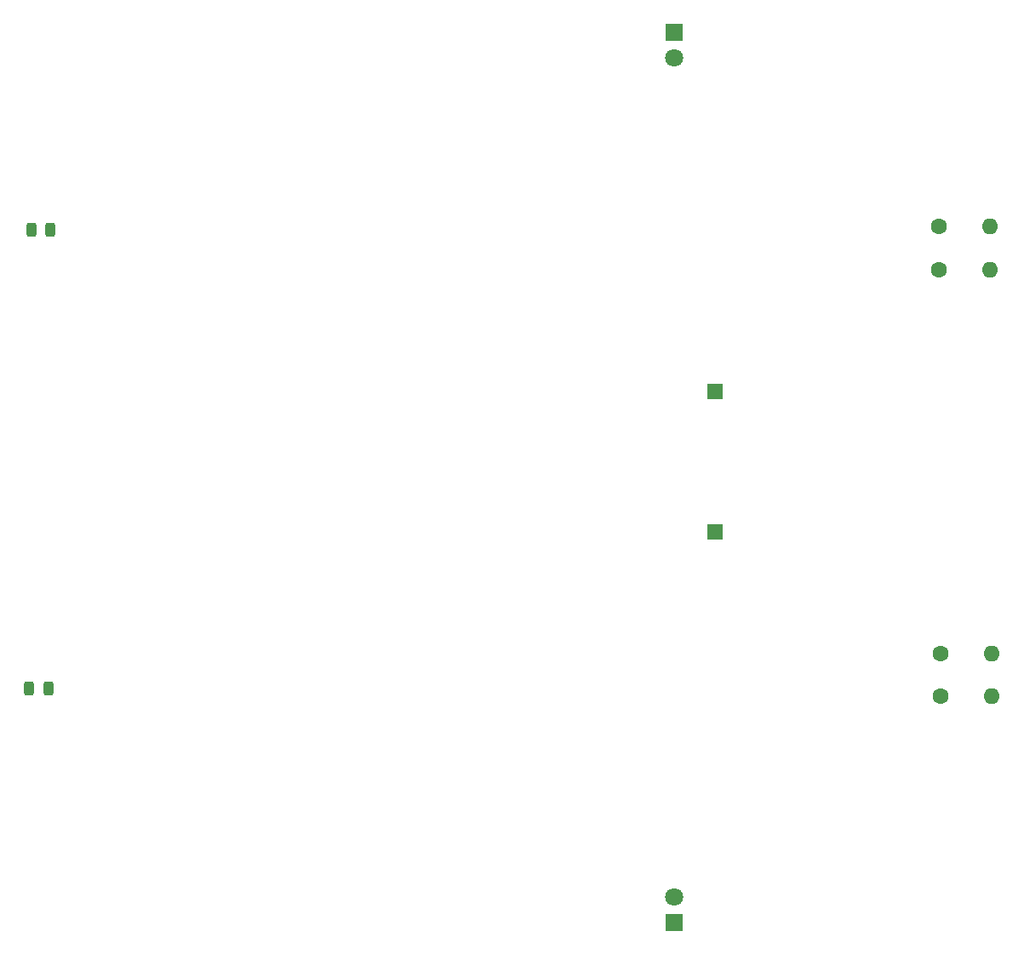
<source format=gts>
%TF.GenerationSoftware,KiCad,Pcbnew,7.0.10*%
%TF.CreationDate,2024-11-15T17:15:35-05:00*%
%TF.ProjectId,plane,706c616e-652e-46b6-9963-61645f706362,rev?*%
%TF.SameCoordinates,Original*%
%TF.FileFunction,Soldermask,Top*%
%TF.FilePolarity,Negative*%
%FSLAX46Y46*%
G04 Gerber Fmt 4.6, Leading zero omitted, Abs format (unit mm)*
G04 Created by KiCad (PCBNEW 7.0.10) date 2024-11-15 17:15:35*
%MOMM*%
%LPD*%
G01*
G04 APERTURE LIST*
G04 Aperture macros list*
%AMRoundRect*
0 Rectangle with rounded corners*
0 $1 Rounding radius*
0 $2 $3 $4 $5 $6 $7 $8 $9 X,Y pos of 4 corners*
0 Add a 4 corners polygon primitive as box body*
4,1,4,$2,$3,$4,$5,$6,$7,$8,$9,$2,$3,0*
0 Add four circle primitives for the rounded corners*
1,1,$1+$1,$2,$3*
1,1,$1+$1,$4,$5*
1,1,$1+$1,$6,$7*
1,1,$1+$1,$8,$9*
0 Add four rect primitives between the rounded corners*
20,1,$1+$1,$2,$3,$4,$5,0*
20,1,$1+$1,$4,$5,$6,$7,0*
20,1,$1+$1,$6,$7,$8,$9,0*
20,1,$1+$1,$8,$9,$2,$3,0*%
G04 Aperture macros list end*
%ADD10RoundRect,0.250000X-0.550000X-0.550000X0.550000X-0.550000X0.550000X0.550000X-0.550000X0.550000X0*%
%ADD11RoundRect,0.243750X-0.243750X-0.456250X0.243750X-0.456250X0.243750X0.456250X-0.243750X0.456250X0*%
%ADD12C,1.600000*%
%ADD13O,1.600000X1.600000*%
%ADD14R,1.800000X1.800000*%
%ADD15C,1.800000*%
G04 APERTURE END LIST*
D10*
%TO.C,GND*%
X99060000Y-129540000D03*
%TD*%
%TO.C,3V*%
X99060000Y-115570000D03*
%TD*%
D11*
%TO.C,D4*%
X30845943Y-145111608D03*
X32720943Y-145111608D03*
%TD*%
%TO.C,D3*%
X31051881Y-99535908D03*
X32926881Y-99535908D03*
%TD*%
D12*
%TO.C,R3*%
X121285000Y-103505000D03*
D13*
X126365000Y-103505000D03*
%TD*%
D14*
%TO.C,D2*%
X94996000Y-168402000D03*
D15*
X94996000Y-165862000D03*
%TD*%
D12*
%TO.C,R2*%
X121506638Y-145943629D03*
D13*
X126586638Y-145943629D03*
%TD*%
D12*
%TO.C,R1*%
X121316161Y-99155088D03*
D13*
X126396161Y-99155088D03*
%TD*%
D15*
%TO.C,D1*%
X94996000Y-82367895D03*
D14*
X94996000Y-79827895D03*
%TD*%
D12*
%TO.C,R4*%
X121506789Y-141673385D03*
D13*
X126586789Y-141673385D03*
%TD*%
M02*

</source>
